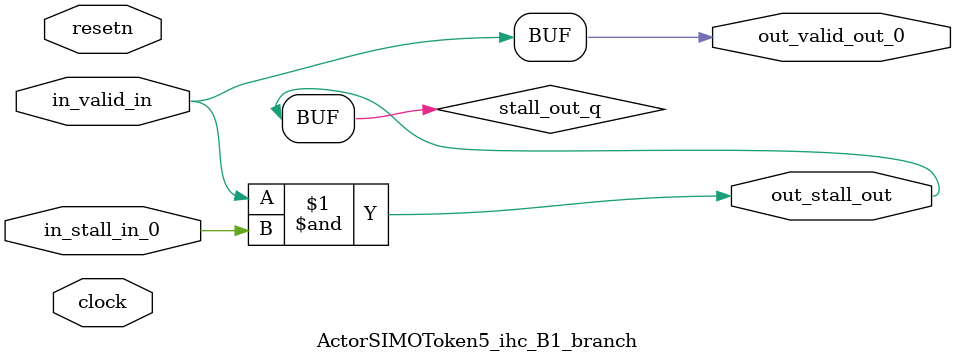
<source format=sv>



(* altera_attribute = "-name AUTO_SHIFT_REGISTER_RECOGNITION OFF; -name MESSAGE_DISABLE 10036; -name MESSAGE_DISABLE 10037; -name MESSAGE_DISABLE 14130; -name MESSAGE_DISABLE 14320; -name MESSAGE_DISABLE 15400; -name MESSAGE_DISABLE 14130; -name MESSAGE_DISABLE 10036; -name MESSAGE_DISABLE 12020; -name MESSAGE_DISABLE 12030; -name MESSAGE_DISABLE 12010; -name MESSAGE_DISABLE 12110; -name MESSAGE_DISABLE 14320; -name MESSAGE_DISABLE 13410; -name MESSAGE_DISABLE 113007; -name MESSAGE_DISABLE 10958" *)
module ActorSIMOToken5_ihc_B1_branch (
    input wire [0:0] in_stall_in_0,
    input wire [0:0] in_valid_in,
    output wire [0:0] out_stall_out,
    output wire [0:0] out_valid_out_0,
    input wire clock,
    input wire resetn
    );

    wire [0:0] stall_out_q;


    // stall_out(LOGICAL,6)
    assign stall_out_q = in_valid_in & in_stall_in_0;

    // out_stall_out(GPOUT,4)
    assign out_stall_out = stall_out_q;

    // out_valid_out_0(GPOUT,5)
    assign out_valid_out_0 = in_valid_in;

endmodule

</source>
